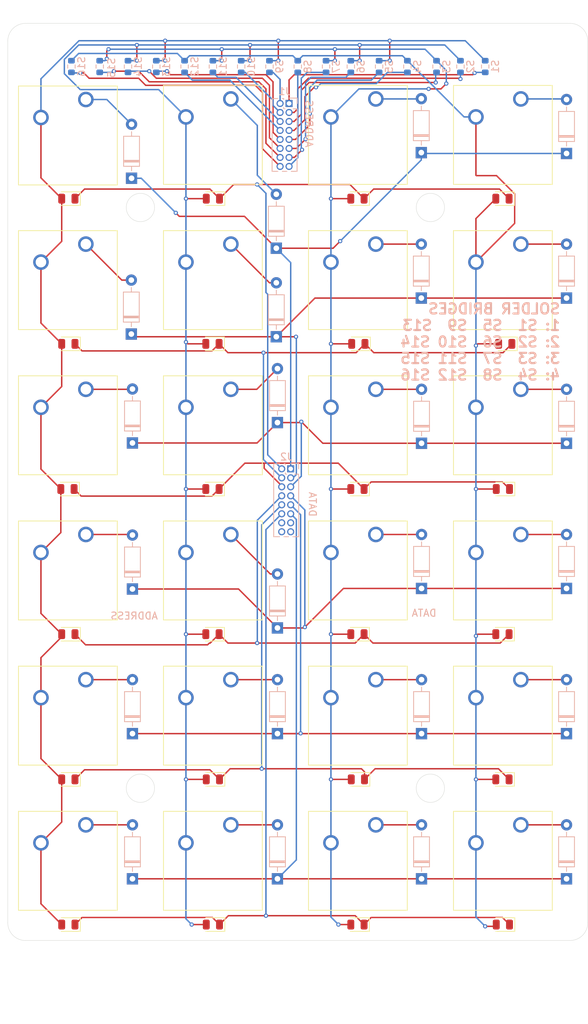
<source format=kicad_pcb>
(kicad_pcb (version 20240108) (generator "pcbnew") (generator_version "8.0")
  (layers (0 "F.Cu" signal) (31 "B.Cu" signal) (34 "B.Paste" user) (35 "F.Paste" user) (36 "B.SilkS" user "B.Silkscreen") (37 "F.SilkS" user "F.Silkscreen") (38 "B.Mask" user) (39 "F.Mask" user) (44 "Edge.Cuts" user))
  (net 0 "")
  (net 1 "O1")
  (net 2 "Net-(D1-A)")
  (net 3 "O2")
  (net 4 "Net-(D2-A)")
  (net 5 "O3")
  (net 6 "Net-(D3-A)")
  (net 7 "Net-(D4-A)")
  (net 8 "O4")
  (net 9 "O5")
  (net 10 "Net-(D5-A)")
  (net 11 "Net-(D6-A)")
  (net 12 "O6")
  (net 13 "Net-(D7-A)")
  (net 14 "Net-(D8-A)")
  (net 15 "Net-(D9-A)")
  (net 16 "Net-(D10-A)")
  (net 17 "Net-(D11-A)")
  (net 18 "Net-(D12-A)")
  (net 19 "Net-(D13-A)")
  (net 20 "Net-(D14-A)")
  (net 21 "Net-(D15-A)")
  (net 22 "Net-(D16-A)")
  (net 23 "Net-(D17-A)")
  (net 24 "Net-(D18-A)")
  (net 25 "Net-(D19-A)")
  (net 26 "Net-(D20-A)")
  (net 27 "Net-(D21-A)")
  (net 28 "Net-(D22-A)")
  (net 29 "Net-(D23-A)")
  (net 30 "Net-(D24-A)")
  (net 31 "O9")
  (net 32 "O10")
  (net 33 "O11")
  (net 34 "O12")
  (net 35 "O13")
  (net 36 "O14")
  (net 37 "I9")
  (net 38 "I15")
  (net 39 "I14")
  (net 40 "I8")
  (net 41 "I1")
  (net 42 "I3")
  (net 43 "I7")
  (net 44 "I4")
  (net 45 "I16")
  (net 46 "I10")
  (net 47 "I11")
  (net 48 "I6")
  (net 49 "I12")
  (net 50 "I13")
  (net 51 "I5")
  (net 52 "I2")
  (net 53 "C1")
  (net 54 "C2")
  (net 55 "C3")
  (net 56 "C4")
  (net 57 "O15")
  (net 58 "O7")
  (net 59 "O8")
  (net 60 "O16")
  (footprint "LED_SMD:LED_0805_2012Metric" (layer "F.Cu") (at 81.4375 139 180)
    (property "Reference" "D34" (hide yes))
    (property "Value" "LED")
  )
  (footprint "Button_Switch_Keyboard:SW_Cherry_MX_1.00u_PCB" (layer "F.Cu") (at 63.54 165.92)
    (property "Reference" "SW6" (hide yes))
    (property "Value" "SW_SPST")
  )
  (footprint "LED_SMD:LED_0805_2012Metric" (layer "F.Cu") (at 122.5 180 180)
    (property "Reference" "D48" (hide yes))
    (property "Value" "LED")
  )
  (footprint "LED_SMD:LED_0805_2012Metric" (layer "F.Cu") (at 61.0625 77.5 180)
    (property "Reference" "D25" (hide yes))
    (property "Value" "LED")
  )
  (footprint "LED_SMD:LED_0805_2012Metric" (layer "F.Cu") (at 122.5 118.5 180)
    (property "Reference" "D45" (hide yes))
    (property "Value" "LED")
  )
  (footprint "Button_Switch_Keyboard:SW_Cherry_MX_1.00u_PCB" (layer "F.Cu") (at 125.04 124.92)
    (property "Reference" "SW22" (hide yes))
    (property "Value" "SW_SPST")
  )
  (footprint "Button_Switch_Keyboard:SW_Cherry_MX_1.00u_PCB" (layer "F.Cu") (at 84.04 165.92)
    (property "Reference" "SW12" (hide yes))
    (property "Value" "SW_SPST")
  )
  (footprint "LED_SMD:LED_0805_2012Metric" (layer "F.Cu") (at 61.0625 159.5 180)
    (property "Reference" "D29" (hide yes))
    (property "Value" "LED")
  )
  (footprint "LED_SMD:LED_0805_2012Metric" (layer "F.Cu") (at 122.4375 139 180)
    (property "Reference" "D46" (hide yes))
    (property "Value" "LED")
  )
  (footprint "Button_Switch_Keyboard:SW_Cherry_MX_1.00u_PCB" (layer "F.Cu") (at 84.04 83.92)
    (property "Reference" "SW8" (hide yes))
    (property "Value" "SW_SPST")
  )
  (footprint "Button_Switch_Keyboard:SW_Cherry_MX_1.00u_PCB" (layer "F.Cu") (at 63.54 145.42)
    (property "Reference" "SW5" (hide yes))
    (property "Value" "SW_SPST")
  )
  (footprint "LED_SMD:LED_0805_2012Metric" (layer "F.Cu") (at 81.4375 98 180)
    (property "Reference" "D32" (hide yes))
    (property "Value" "LED")
  )
  (footprint "LED_SMD:LED_0805_2012Metric" (layer "F.Cu") (at 60.9375 118.5 180)
    (property "Reference" "D27" (hide yes))
    (property "Value" "LED")
  )
  (footprint "Button_Switch_Keyboard:SW_Cherry_MX_1.00u_PCB" (layer "F.Cu") (at 63.54 124.92)
    (property "Reference" "SW4" (hide yes))
    (property "Value" "SW_SPST")
  )
  (footprint "Button_Switch_Keyboard:SW_Cherry_MX_1.00u_PCB" (layer "F.Cu") (at 104.54 63.42)
    (property "Reference" "SW13" (hide yes))
    (property "Value" "SW_SPST")
  )
  (footprint "Button_Switch_Keyboard:SW_Cherry_MX_1.00u_PCB" (layer "F.Cu") (at 125.04 104.42)
    (property "Reference" "SW21" (hide yes))
    (property "Value" "SW_SPST")
  )
  (footprint "LED_SMD:LED_0805_2012Metric" (layer "F.Cu") (at 101.9375 77.5 180)
    (property "Reference" "D37" (hide yes))
    (property "Value" "LED")
  )
  (footprint "Button_Switch_Keyboard:SW_Cherry_MX_1.00u_PCB" (layer "F.Cu") (at 104.54 83.92)
    (property "Reference" "SW14" (hide yes))
    (property "Value" "SW_SPST")
  )
  (footprint "LED_SMD:LED_0805_2012Metric" (layer "F.Cu") (at 61.0625 98 180)
    (property "Reference" "D26" (hide yes))
    (property "Value" "LED")
  )
  (footprint "LED_SMD:LED_0805_2012Metric" (layer "F.Cu") (at 122.4375 159.5 180)
    (property "Reference" "D47" (hide yes))
    (property "Value" "LED")
  )
  (footprint "Button_Switch_Keyboard:SW_Cherry_MX_1.00u_PCB" (layer "F.Cu") (at 104.54 104.42)
    (property "Reference" "SW15" (hide yes))
    (property "Value" "SW_SPST")
  )
  (footprint "LED_SMD:LED_0805_2012Metric" (layer "F.Cu") (at 122.8325 98 180)
    (property "Reference" "D44" (hide yes))
    (property "Value" "LED")
  )
  (footprint "Button_Switch_Keyboard:SW_Cherry_MX_1.00u_PCB" (layer "F.Cu") (at 104.54 165.92)
    (property "Reference" "SW18" (hide yes))
    (property "Value" "SW_SPST")
  )
  (footprint "LED_SMD:LED_0805_2012Metric" (layer "F.Cu") (at 81.5 77.5 180)
    (property "Reference" "D31" (hide yes))
    (property "Value" "LED")
  )
  (footprint "LED_SMD:LED_0805_2012Metric" (layer "F.Cu") (at 122.4375 77.5 180)
    (property "Reference" "D43" (hide yes))
    (property "Value" "LED")
  )
  (footprint "Button_Switch_Keyboard:SW_Cherry_MX_1.00u_PCB" (layer "F.Cu") (at 84.04 145.42)
    (property "Reference" "SW11" (hide yes))
    (property "Value" "SW_SPST")
  )
  (footprint "Button_Switch_Keyboard:SW_Cherry_MX_1.00u_PCB" (layer "F.Cu") (at 63.54 63.5)
    (property "Reference" "SW1" (hide yes))
    (property "Value" "SW_SPST")
  )
  (footprint "Button_Switch_Keyboard:SW_Cherry_MX_1.00u_PCB" (layer "F.Cu") (at 63.54 83.92)
    (property "Reference" "SW2" (hide yes))
    (property "Value" "SW_SPST")
  )
  (footprint "LED_SMD:LED_0805_2012Metric" (layer "F.Cu") (at 102.0625 98 180)
    (property "Reference" "D38" (hide yes))
    (property "Value" "LED")
  )
  (footprint "LED_SMD:LED_0805_2012Metric" (layer "F.Cu") (at 102 159.5 180)
    (property "Reference" "D41" (hide yes))
    (property "Value" "LED")
  )
  (footprint "LED_SMD:LED_0805_2012Metric" (layer "F.Cu") (at 101.9375 118.5 180)
    (property "Reference" "D39" (hide yes))
    (property "Value" "LED")
  )
  (footprint "LED_SMD:LED_0805_2012Metric" (layer "F.Cu") (at 81.4375 118.5 180)
    (property "Reference" "D33" (hide yes))
    (property "Value" "LED")
  )
  (footprint "LED_SMD:LED_0805_2012Metric" (layer "F.Cu") (at 81.5 159.5 180)
    (property "Reference" "D35" (hide yes))
    (property "Value" "LED")
  )
  (footprint "Button_Switch_Keyboard:SW_Cherry_MX_1.00u_PCB" (layer "F.Cu") (at 125.04 83.92)
    (property "Reference" "SW20" (hide yes))
    (property "Value" "SW_SPST")
  )
  (footprint "LED_SMD:LED_0805_2012Metric" (layer "F.Cu") (at 61.0625 180 180)
    (property "Reference" "D30" (hide yes))
    (property "Value" "LED")
  )
  (footprint "LED_SMD:LED_0805_2012Metric" (layer "F.Cu") (at 101.9375 180 180)
    (property "Reference" "D42" (hide yes))
    (property "Value" "LED")
  )
  (footprint "Button_Switch_Keyboard:SW_Cherry_MX_1.00u_PCB" (layer "F.Cu") (at 125.04 165.92)
    (property "Reference" "SW24" (hide yes))
    (property "Value" "SW_SPST")
  )
  (footprint "Button_Switch_Keyboard:SW_Cherry_MX_1.00u_PCB" (layer "F.Cu") (at 104.54 145.42)
    (property "Reference" "SW17" (hide yes))
    (property "Value" "SW_SPST")
  )
  (footprint "Button_Switch_Keyboard:SW_Cherry_MX_1.00u_PCB" (layer "F.Cu") (at 125.04 63.42)
    (property "Reference" "SW19" (hide yes))
    (property "Value" "SW_SPST")
  )
  (footprint "Button_Switch_Keyboard:SW_Cherry_MX_1.00u_PCB" (layer "F.Cu") (at 63.54 104.42)
    (property "Reference" "SW3" (hide yes))
    (property "Value" "SW_SPST")
  )
  (footprint "Button_Switch_Keyboard:SW_Cherry_MX_1.00u_PCB" (layer "F.Cu") (at 84.04 63.42)
    (property "Reference" "SW7" (hide yes))
    (property "Value" "SW_SPST")
  )
  (footprint "Button_Switch_Keyboard:SW_Cherry_MX_1.00u_PCB" (layer "F.Cu") (at 125.04 145.42)
    (property "Reference" "SW23" (hide yes))
    (property "Value" "SW_SPST")
  )
  (footprint "Button_Switch_Keyboard:SW_Cherry_MX_1.00u_PCB" (layer "F.Cu") (at 84.04 124.92)
    (property "Reference" "SW10" (hide yes))
    (property "Value" "SW_SPST")
  )
  (footprint "Button_Switch_Keyboard:SW_Cherry_MX_1.00u_PCB" (layer "F.Cu") (at 84.04 104.42)
    (property "Reference" "SW9" (hide yes))
    (property "Value" "SW_SPST")
  )
  (footprint "LED_SMD:LED_0805_2012Metric" (layer "F.Cu") (at 101.9375 139 180)
    (property "Reference" "D40" (hide yes))
    (property "Value" "LED")
  )
  (footprint "LED_SMD:LED_0805_2012Metric" (layer "F.Cu") (at 81.5 180 180)
    (property "Reference" "D36" (hide yes))
    (property "Value" "LED")
  )
  (footprint "Button_Switch_Keyboard:SW_Cherry_MX_1.00u_PCB" (layer "F.Cu") (at 104.54 124.92)
    (property "Reference" "SW16" (hide yes))
    (property "Value" "SW_SPST")
  )
  (footprint "LED_SMD:LED_0805_2012Metric" (layer "F.Cu") (at 61.0625 139 180)
    (property "Reference" "D28" (hide yes))
    (property "Value" "LED")
  )
  (footprint "Diode_THT:D_DO-35_SOD27_P7.62mm_Horizontal" (layer "B.Cu") (at 111 173.54 90)
    (property "Reference" "D18" (hide yes))
    (property "Value" "D")
  )
  (footprint "Resistor_SMD:R_0603_1608Metric" (layer "B.Cu") (at 120 58.845 90)
    (property "Reference" "S1")
    (property "Value" "R")
  )
  (footprint "Diode_THT:D_DO-35_SOD27_P7.62mm_Horizontal" (layer "B.Cu") (at 110.967 71 90)
    (property "Reference" "D13" (hide yes))
    (property "Value" "D")
  )
  (footprint "Diode_THT:D_DO-35_SOD27_P7.62mm_Horizontal" (layer "B.Cu") (at 70.127 173.54 90)
    (property "Reference" "D6" (hide yes))
    (property "Value" "D")
  )
  (footprint "Diode_THT:D_DO-35_SOD27_P7.62mm_Horizontal" (layer "B.Cu") (at 70.127 132.62 90)
    (property "Reference" "D4" (hide yes))
    (property "Value" "D")
  )
  (footprint "Connector_PinHeader_1.27mm:PinHeader_2x08_P1.27mm_Vertical" (layer "B.Cu") (at 92.5 115.65 180)
    (property "Reference" "J2")
    (property "Value" "Conn_02x08_Odd_Even")
  )
  (footprint "Diode_THT:D_DO-35_SOD27_P7.62mm_Horizontal" (layer "B.Cu") (at 131.5 91.54 90)
    (property "Reference" "D20" (hide yes))
    (property "Value" "D")
  )
  (footprint "Resistor_SMD:R_0603_1608Metric" (layer "B.Cu") (at 101 58.845 90)
    (property "Reference" "S6")
    (property "Value" "R")
  )
  (footprint "Diode_THT:D_DO-35_SOD27_P7.62mm_Horizontal" (layer "B.Cu") (at 131.5 112.04 90)
    (property "Reference" "D21" (hide yes))
    (property "Value" "D")
  )
  (footprint "Resistor_SMD:R_0603_1608Metric" (layer "B.Cu") (at 105 58.845 90)
    (property "Reference" "S5")
    (property "Value" "R")
  )
  (footprint "Resistor_SMD:R_0603_1608Metric" (layer "B.Cu") (at 73.5 58.845 90)
    (property "Reference" "S13")
    (property "Value" "R")
  )
  (footprint "Diode_THT:D_DO-35_SOD27_P7.62mm_Horizontal" (layer "B.Cu") (at 111 132.54 90)
    (property "Reference" "D16" (hide yes))
    (property "Value" "D")
  )
  (footprint "Resistor_SMD:R_0603_1608Metric" (layer "B.Cu") (at 85.5 58.845 90)
    (property "Reference" "S10")
    (property "Value" "R")
  )
  (footprint "Connector_PinHeader_1.27mm:PinHeader_2x08_P1.27mm_Vertical" (layer "B.Cu") (at 92.27 64.06 180)
    (property "Reference" "J1")
    (property "Value" "Conn_02x08_Odd_Even")
  )
  (footprint "Diode_THT:D_DO-35_SOD27_P7.62mm_Horizontal" (layer "B.Cu") (at 131.5 71.12 90)
    (property "Reference" "D19" (hide yes))
    (property "Value" "D")
  )
  (footprint "Resistor_SMD:R_0603_1608Metric" (layer "B.Cu") (at 116.5 58.845 90)
    (property "Reference" "S2")
    (property "Value" "R")
  )
  (footprint "Resistor_SMD:R_0603_1608Metric" (layer "B.Cu") (at 93.5 58.845 90)
    (property "Reference" "S8")
    (property "Value" "R")
  )
  (footprint "Diode_THT:D_DO-35_SOD27_P7.62mm_Horizontal" (layer "B.Cu") (at 131.5 153.04 90)
    (property "Reference" "D23" (hide yes))
    (property "Value" "D")
  )
  (footprint "Diode_THT:D_DO-35_SOD27_P7.62mm_Horizontal" (layer "B.Cu") (at 69.967 96.62 90)
    (property "Reference" "D2" (hide yes))
    (property "Value" "D")
  )
  (footprint "Diode_THT:D_DO-35_SOD27_P7.62mm_Horizontal" (layer "B.Cu") (at 70 74.62 90)
    (property "Reference" "D1" (hide yes))
    (property "Value" "D")
  )
  (footprint "Diode_THT:D_DO-35_SOD27_P7.62mm_Horizontal" (layer "B.Cu") (at 131.5 173.54 90)
    (property "Reference" "D24" (hide yes))
    (property "Value" "D")
  )
  (footprint "Diode_THT:D_DO-35_SOD27_P7.62mm_Horizontal" (layer "B.Cu") (at 70.127 112 90)
    (property "Reference" "D3" (hide yes))
    (property "Value" "D")
  )
  (footprint "Diode_THT:D_DO-35_SOD27_P7.62mm_Horizontal" (layer "B.Cu") (at 90.627 109.12 90)
    (property "Reference" "D9" (hide yes))
    (property "Value" "D")
  )
  (footprint "Resistor_SMD:R_0603_1608Metric" (layer "B.Cu") (at 65.5 58.845 90)
    (property "Reference" "S15" (hide yes))
    (property "Value" "R")
  )
  (footprint "Resistor_SMD:R_0603_1608Metric" (layer "B.Cu") (at 109 58.845 90)
    (property "Reference" "S4")
    (property "Value" "R")
  )
  (footprint "Diode_THT:D_DO-35_SOD27_P7.62mm_Horizontal" (layer "B.Cu") (at 70.127 153.04 90)
    (property "Reference" "D5" (hide yes))
    (property "Value" "D")
  )
  (footprint "Resistor_SMD:R_0603_1608Metric" (layer "B.Cu") (at 69.5 58.845 90)
    (property "Reference" "S14")
    (property "Value" "R")
  )
  (footprint "Diode_THT:D_DO-35_SOD27_P7.62mm_Horizontal" (layer "B.Cu") (at 90.627 138.12 90)
    (property "Reference" "D10" (hide yes))
    (property "Value" "D" (hide yes))
  )
  (footprint "Resistor_SMD:R_0603_1608Metric" (layer "B.Cu") (at 77.5 58.845 90)
    (property "Reference" "S12")
    (property "Value" "R")
  )
  (footprint "Resistor_SMD:R_0603_1608Metric" (layer "B.Cu") (at 81.5 58.845 90)
    (property "Reference" "S11")
    (property "Value" "R" (hide yes))
  )
  (footprint "Resistor_SMD:R_0603_1608Metric" (layer "B.Cu") (at 97.5 58.845 90)
    (property "Reference" "S7")
    (property "Value" "R")
  )
  (footprint "Resistor_SMD:R_0603_1608Metric" (layer "B.Cu") (at 89.5 58.845 90)
    (property "Reference" "S9")
    (property "Value" "R")
  )
  (footprint "Diode_THT:D_DO-35_SOD27_P7.62mm_Horizontal" (layer "B.Cu") (at 111 112.04 90)
    (property "Reference" "D15" (hide yes))
    (property "Value" "D")
  )
  (footprint "Resistor_SMD:R_0603_1608Metric" (layer "B.Cu") (at 61.5 58.845 90)
    (property "Reference" "S16")
    (property "Value" "R")
  )
  (footprint "Resistor_SMD:R_0603_1608Metric" (layer "B.Cu") (at 113.12 58.845 90)
    (property "Reference" "S3")
    (property "Value" "R")
  )
  (footprint "Diode_THT:D_DO-35_SOD27_P7.62mm_Horizontal" (layer "B.Cu") (at 110.967 91.54 90)
    (property "Reference" "D14" (hide yes))
    (property "Value" "D")
  )
  (footprint "Diode_THT:D_DO-35_SOD27_P7.62mm_Horizontal" (layer "B.Cu") (at 90.627 173.54 90)
    (property "Reference" "D12" (hide yes))
    (property "Value" "D" (hide yes))
  )
  (footprint "Diode_THT:D_DO-35_SOD27_P7.62mm_Horizontal" (layer "B.Cu") (at 90.467 84.5 90)
    (property "Reference" "D7" (hide yes))
    (property "Value" "D")
  )
  (footprint "Diode_THT:D_DO-35_SOD27_P7.62mm_Horizontal" (layer "B.Cu") (at 90.467 97 90)
    (property "Reference" "D8" (hide yes))
    (property "Value" "D")
  )
  (footprint "Diode_THT:D_DO-35_SOD27_P7.62mm_Horizontal" (layer "B.Cu") (at 90.627 153.04 90)
    (property "Reference" "D11" (hide yes))
    (property "Value" "D" (hide yes))
  )
  (footprint "Diode_THT:D_DO-35_SOD27_P7.62mm_Horizontal" (layer "B.Cu") (at 131.5 132.54 90)
    (property "Reference" "D22" (hide yes))
    (property "Value" "D")
  )
  (footprint "Diode_THT:D_DO-35_SOD27_P7.62mm_Horizontal" (layer "B.Cu") (at 111 153.04 90)
    (property "Reference" "D17" (hide yes))
    (property "Value" "D")
  )
  (gr_circle (center 71.25 160.75) (end 71.25 162.75) (stroke (width 0.05)) (fill none) (layer "Edge.Cuts"))
  (gr_circle (center 112.25 78.75) (end 112.25 80.75) (stroke (width 0.05)) (fill none) (layer "Edge.Cuts"))
  (gr_line (start 55 182.25) (end 132 182.25) (stroke (width 0.05)) (layer "Edge.Cuts"))
  (gr_circle (center 112.25 160.75) (end 112.25 162.75) (stroke (width 0.05)) (fill none) (layer "Edge.Cuts"))
  (gr_arc (start 134.5 179.75) (mid 133.767767 181.517767) (end 132 182.25) (stroke (width 0.05)) (layer "Edge.Cuts"))
  (gr_arc (start 52.5 55.25) (mid 53.232233 53.482233) (end 55 52.75) (stroke (width 0.05)) (layer "Edge.Cuts"))
  (gr_arc (start 55 182.25) (mid 53.232233 181.517767) (end 52.5 179.75) (stroke (width 0.05)) (layer "Edge.Cuts"))
  (gr_line (start 55 52.75) (end 132 52.75) (stroke (width 0.05)) (layer "Edge.Cuts"))
  (gr_line (start 134.5 55.25) (end 134.5 179.75) (stroke (width 0.05)) (layer "Edge.Cuts"))
  (gr_circle (center 71.25 78.75) (end 71.25 80.75) (stroke (width 0.05)) (fill none) (layer "Edge.Cuts"))
  (gr_line (start 52.5 179.75) (end 52.5 55.25) (stroke (width 0.05)) (layer "Edge.Cuts"))
  (gr_arc (start 132 52.75) (mid 133.767767 53.482233) (end 134.5 55.25) (stroke (width 0.05)) (layer "Edge.Cuts"))
  (gr_text "DATA" (at 113.2 136.6 0) (layer "B.SilkS") (effects (font (size 1 1)) (justify left bottom mirror)))
  (gr_text "SOLDER BRIDGES\n1: S1  S5  S9  S13\n2: S2  S6  S10 S14\n3: S3  S7  S11 S15\n4: S4  S8  S12 S16" (at 130.75 103.25 0) (layer "B.SilkS") (effects (font (size 1.45 1.45) (thickness 0.3) (bold yes)) (justify left bottom mirror)))
  (gr_text "ADDRESS" (at 73.8 137 0) (layer "B.SilkS") (effects (font (size 1 1)) (justify left bottom mirror)))
  (gr_text "DATA" (at 95 122.5 270) (layer "B.SilkS") (effects (font (size 1 1)) (justify left bottom mirror)))
  (gr_text "ADDRESS" (at 94.5 70.35 270) (layer "B.SilkS") (effects (font (size 1 1)) (justify left bottom mirror)))
  (gr_text "S15" (at 67.75 57.5 90) (layer "B.SilkS") (effects (font (size 1 1)) (justify left bottom mirror)))
  (segment (start 76.75 80) (end 85.967 80) (width 0.2) (layer "F.Cu") (net 1))
  (segment (start 99.5 83.5) (end 98.5 84.5) (width 0.2) (layer "F.Cu") (net 1))
  (segment (start 98.5 84.5) (end 90.467 84.5) (width 0.2) (layer "F.Cu") (net 1))
  (segment (start 76.25 79.5) (end 76.75 80) (width 0.2) (layer "F.Cu") (net 1))
  (segment (start 85.967 80) (end 90.467 84.5) (width 0.2) (layer "F.Cu") (net 1))
  (via (at 76.25 79.5) (size 0.6) (drill 0.3) (layers "F.Cu" "B.Cu") (net 1))
  (via (at 99.5 83.5) (size 0.6) (drill 0.3) (layers "F.Cu" "B.Cu") (net 1))
  (segment (start 92.5 115.65) (end 92.5 86.533) (width 0.2) (layer "B.Cu") (net 1))
  (segment (start 110.967 71) (end 110.967 72.033) (width 0.2) (layer "B.Cu") (net 1))
  (segment (start 92.5 86.533) (end 90.467 84.5) (width 0.2) (layer "B.Cu") (net 1))
  (segment (start 110.967 72.033) (end 99.5 83.5) (width 0.2) (layer "B.Cu") (net 1))
  (segment (start 70 74.62) (end 71.37 74.62) (width 0.2) (layer "B.Cu") (net 1))
  (segment (start 71.37 74.62) (end 76.25 79.5) (width 0.2) (layer "B.Cu") (net 1))
  (segment (start 131.5 71.12) (end 111.087 71.12) (width 0.2) (layer "B.Cu") (net 1))
  (segment (start 66.5 63.5) (end 70 67) (width 0.2) (layer "B.Cu") (net 2))
  (segment (start 63.54 63.5) (end 66.5 63.5) (width 0.2) (layer "B.Cu") (net 2))
  (segment (start 131.5 91.54) (end 110.967 91.54) (width 0.2) (layer "F.Cu") (net 3))
  (segment (start 110.967 91.54) (end 95.927 91.54) (width 0.2) (layer "F.Cu") (net 3))
  (segment (start 95.927 91.54) (end 90.467 97) (width 0.2) (layer "F.Cu") (net 3))
  (segment (start 90.467 97) (end 70.347 97) (width 0.2) (layer "F.Cu") (net 3))
  (segment (start 93.25 97) (end 90.467 97) (width 0.2) (layer "F.Cu") (net 3))
  (via (at 93.25 97) (size 0.6) (drill 0.3) (layers "F.Cu" "B.Cu") (net 3))
  (segment (start 92.83 116.92) (end 93.3 116.45) (width 0.2) (layer "B.Cu") (net 3))
  (segment (start 93.3 97.05) (end 93.25 97) (width 0.2) (layer "B.Cu") (net 3))
  (segment (start 93.3 116.45) (end 93.3 97.05) (width 0.2) (layer "B.Cu") (net 3))
  (segment (start 68.62 89) (end 69.967 89) (width 0.2) (layer "F.Cu") (net 4))
  (segment (start 63.54 83.92) (end 68.62 89) (width 0.2) (layer "F.Cu") (net 4))
  (segment (start 111 112.04) (end 131.5 112.04) (width 0.2) (layer "F.Cu") (net 5))
  (segment (start 97.04 112.04) (end 111 112.04) (width 0.2) (layer "F.Cu") (net 5))
  (segment (start 94 109) (end 93.88 109.12) (width 0.2) (layer "F.Cu") (net 5))
  (segment (start 93.88 109.12) (end 90.627 109.12) (width 0.2) (layer "F.Cu") (net 5))
  (segment (start 70.127 112) (end 87.747 112) (width 0.2) (layer "F.Cu") (net 5))
  (segment (start 94 109) (end 97.04 112.04) (width 0.2) (layer "F.Cu") (net 5))
  (segment (start 87.747 112) (end 90.627 109.12) (width 0.2) (layer "F.Cu") (net 5))
  (via (at 94 109) (size 0.6) (drill 0.3) (layers "F.Cu" "B.Cu") (net 5))
  (segment (start 94 116.69) (end 94 109) (width 0.2) (layer "B.Cu") (net 5))
  (segment (start 92.5 118.19) (end 94 116.69) (width 0.2) (layer "B.Cu") (net 5))
  (segment (start 63.54 104.42) (end 70.087 104.42) (width 0.2) (layer "F.Cu") (net 6))
  (segment (start 63.54 124.92) (end 70.047 124.92) (width 0.2) (layer "F.Cu") (net 7))
  (segment (start 85.127 132.62) (end 90.627 138.12) (width 0.2) (layer "F.Cu") (net 8))
  (segment (start 70.127 132.62) (end 85.127 132.62) (width 0.2) (layer "F.Cu") (net 8))
  (segment (start 94.38 138.12) (end 90.627 138.12) (width 0.2) (layer "F.Cu") (net 8))
  (segment (start 94.5 138) (end 94.38 138.12) (width 0.2) (layer "F.Cu") (net 8))
  (segment (start 111 132.54) (end 131.5 132.54) (width 0.2) (layer "F.Cu") (net 8))
  (segment (start 94.5 138) (end 99.96 132.54) (width 0.2) (layer "F.Cu") (net 8))
  (segment (start 99.96 132.54) (end 111 132.54) (width 0.2) (layer "F.Cu") (net 8))
  (via (at 94.5 138) (size 0.6) (drill 0.3) (layers "F.Cu" "B.Cu") (net 8))
  (segment (start 94.5 121.46) (end 94.5 138) (width 0.2) (layer "B.Cu") (net 8))
  (segment (start 92.5 119.46) (end 94.5 121.46) (width 0.2) (layer "B.Cu") (net 8))
  (segment (start 93.86 153.04) (end 90.627 153.04) (width 0.2) (layer "F.Cu") (net 9))
  (segment (start 93.9 153) (end 93.86 153.04) (width 0.2) (layer "F.Cu") (net 9))
  (segment (start 70.127 153.04) (end 131.5 153.04) (width 0.2) (layer "F.Cu") (net 9))
  (via (at 93.9 153) (size 0.6) (drill 0.3) (layers "F.Cu" "B.Cu") (net 9))
  (segment (start 93.9 122.13) (end 93.9 153) (width 0.2) (layer "B.Cu") (net 9))
  (segment (start 92.5 120.73) (end 93.9 122.13) (width 0.2) (layer "B.Cu") (net 9))
  (segment (start 63.54 145.42) (end 70.127 145.42) (width 0.2) (layer "F.Cu") (net 10))
  (segment (start 63.54 165.92) (end 70.127 165.92) (width 0.2) (layer "F.Cu") (net 11))
  (segment (start 70.127 173.54) (end 131.5 173.54) (width 0.2) (layer "F.Cu") (net 12))
  (segment (start 92.5 122) (end 93.3 122.8) (width 0.2) (layer "B.Cu") (net 12))
  (segment (start 93.3 122.8) (end 93.3 170.867) (width 0.2) (layer "B.Cu") (net 12))
  (segment (start 93.3 170.867) (end 90.627 173.54) (width 0.2) (layer "B.Cu") (net 12))
  (segment (start 87.78 74.193) (end 90.467 76.88) (width 0.2) (layer "B.Cu") (net 13))
  (segment (start 84.04 63.42) (end 87.78 67.16) (width 0.2) (layer "B.Cu") (net 13))
  (segment (start 87.78 67.16) (end 87.78 74.193) (width 0.2) (layer "B.Cu") (net 13))
  (segment (start 84.04 83.92) (end 89.5 89.38) (width 0.2) (layer "F.Cu") (net 14))
  (segment (start 89.5 89.38) (end 90.467 89.38) (width 0.2) (layer "F.Cu") (net 14))
  (segment (start 87.707 104.42) (end 90.627 101.5) (width 0.2) (layer "F.Cu") (net 15))
  (segment (start 84.04 104.42) (end 87.707 104.42) (width 0.2) (layer "F.Cu") (net 15))
  (segment (start 84.04 124.92) (end 89.62 130.5) (width 0.2) (layer "F.Cu") (net 16))
  (segment (start 89.62 130.5) (end 90.627 130.5) (width 0.2) (layer "F.Cu") (net 16))
  (segment (start 84.04 145.42) (end 90.627 145.42) (width 0.2) (layer "F.Cu") (net 17))
  (segment (start 84.04 165.92) (end 90.627 165.92) (width 0.2) (layer "F.Cu") (net 18))
  (segment (start 104.54 63.42) (end 110.927 63.42) (width 0.2) (layer "B.Cu") (net 19))
  (segment (start 104.54 83.92) (end 110.967 83.92) (width 0.2) (layer "F.Cu") (net 20))
  (segment (start 104.54 104.42) (end 111 104.42) (width 0.2) (layer "F.Cu") (net 21))
  (segment (start 104.54 124.92) (end 111 124.92) (width 0.2) (layer "F.Cu") (net 22))
  (segment (start 104.54 145.42) (end 111 145.42) (width 0.2) (layer "F.Cu") (net 23))
  (segment (start 104.54 165.92) (end 111 165.92) (width 0.2) (layer "F.Cu") (net 24))
  (segment (start 125.04 63.42) (end 131.42 63.42) (width 0.2) (layer "B.Cu") (net 25))
  (segment (start 125.04 83.92) (end 131.5 83.92) (width 0.2) (layer "F.Cu") (net 26))
  (segment (start 125.04 104.42) (end 131.5 104.42) (width 0.2) (layer "F.Cu") (net 27))
  (segment (start 125.04 124.92) (end 131.5 124.92) (width 0.2) (layer "F.Cu") (net 28))
  (segment (start 125.04 145.42) (end 131.5 145.42) (width 0.2) (layer "F.Cu") (net 29))
  (segment (start 125.04 165.92) (end 131.5 165.92) (width 0.2) (layer "F.Cu") (net 30))
  (segment (start 100.875 75.5) (end 102.875 77.5) (width 0.2) (layer "F.Cu") (net 31))
  (segment (start 81.085048 76.147548) (end 82.4375 77.5) (width 0.2) (layer "F.Cu") (net 31))
  (segment (start 122.022548 76.147548) (end 123.375 77.5) (width 0.2) (layer "F.Cu") (net 31))
  (segment (start 102.875 77.5) (end 104.227452 76.147548) (width 0.2) (layer "F.Cu") (net 31))
  (segment (start 84.4375 75.5) (end 87.75 75.5) (width 0.2) (layer "F.Cu") (net 31))
  (segment (start 104.227452 76.147548) (end 122.022548 76.147548) (width 0.2) (layer "F.Cu") (net 31))
  (segment (start 62 77.5) (end 63.352452 76.147548) (width 0.2) (layer "F.Cu") (net 31))
  (segment (start 63.352452 76.147548) (end 81.085048 76.147548) (width 0.2) (layer "F.Cu") (net 31))
  (segment (start 82.4375 77.5) (end 84.4375 75.5) (width 0.2) (layer "F.Cu") (net 31))
  (segment (start 87.75 75.5) (end 100.875 75.5) (width 0.2) (layer "F.Cu") (net 31))
  (via (at 87.75 75.5) (size 0.6) (drill 0.3) (layers "F.Cu" "B.Cu") (net 31))
  (segment (start 89.25 91) (end 89.25 113.67) (width 0.2) (layer "B.Cu") (net 31))
  (segment (start 89.25 113.67) (end 91.23 115.65) (width 0.2) (layer "B.Cu") (net 31))
  (segment (start 87.75 75.5) (end 89 76.75) (width 0.2) (layer "B.Cu") (net 31))
  (segment (start 89 76.75) (end 89 90.75) (width 0.2) (layer "B.Cu") (net 31))
  (segment (start 89 90.75) (end 89.25 91) (width 0.2) (layer "B.Cu") (net 31))
  (segment (start 82.375 98) (end 83.625 99.25) (width 0.2) (layer "F.Cu") (net 32))
  (segment (start 103 98) (end 104.25 99.25) (width 0.2) (layer "F.Cu") (net 32))
  (segment (start 122.52 99.25) (end 123.77 98) (width 0.2) (layer "F.Cu") (net 32))
  (segment (start 104.25 99.25) (end 122.52 99.25) (width 0.2) (layer "F.Cu") (net 32))
  (segment (start 63 99) (end 81.375 99) (width 0.2) (layer "F.Cu") (net 32))
  (segment (start 81.375 99) (end 82.375 98) (width 0.2) (layer "F.Cu") (net 32))
  (segment (start 62 98) (end 63 99) (width 0.2) (layer "F.Cu") (net 32))
  (segment (start 83.625 99.25) (end 101.75 99.25) (width 0.2) (layer "F.Cu") (net 32))
  (segment (start 101.75 99.25) (end 103 98) (width 0.2) (layer "F.Cu") (net 32))
  (via (at 88.65 99.25) (size 0.6) (drill 0.3) (layers "F.Cu" "B.Cu") (net 32))
  (segment (start 88.65 114.34) (end 88.65 99.25) (width 0.2) (layer "B.Cu") (net 32))
  (segment (start 91.23 116.92) (end 88.65 114.34) (width 0.2) (layer "B.Cu") (net 32))
  (segment (start 103.875 117.5) (end 122.4375 117.5) (width 0.2) (layer "F.Cu") (net 33))
  (segment (start 82.375 118.5) (end 86.025 114.85) (width 0.2) (layer "F.Cu") (net 33))
  (segment (start 88.75 115.571371) (end 88.75 114.85) (width 0.2) (layer "F.Cu") (net 33))
  (segment (start 122.4375 117.5) (end 123.4375 118.5) (width 0.2) (layer "F.Cu") (net 33))
  (segment (start 91.23 118.051371) (end 88.75 115.571371) (width 0.2) (layer "F.Cu") (net 33))
  (segment (start 86.025 114.85) (end 88.75 114.85) (width 0.2) (layer "F.Cu") (net 33))
  (segment (start 81.375 119.5) (end 82.375 118.5) (width 0.2) (layer "F.Cu") (net 33))
  (segment (start 102.875 118.5) (end 103.875 117.5) (width 0.2) (layer "F.Cu") (net 33))
  (segment (start 88.75 114.85) (end 99.225 114.85) (width 0.2) (layer "F.Cu") (net 33))
  (segment (start 62.875 119.5) (end 81.375 119.5) (width 0.2) (layer "F.Cu") (net 33))
  (segment (start 61.875 118.5) (end 62.875 119.5) (width 0.2) (layer "F.Cu") (net 33))
  (segment (start 99.225 114.85) (end 102.875 118.5) (width 0.2) (layer "F.Cu") (net 33))
  (segment (start 83.625 140.25) (end 87.75 140.25) (width 0.2) (layer "F.Cu") (net 34))
  (segment (start 81.125 140.25) (end 82.375 139) (width 0.2) (layer "F.Cu") (net 34))
  (segment (start 87.75 140.25) (end 101.625 140.25) (width 0.2) (layer "F.Cu") (net 34))
  (segment (start 102.875 139) (end 104.125 140.25) (width 0.2) (layer "F.Cu") (net 34))
  (segment (start 81 140.25) (end 81.125 140.25) (width 0.2) (layer "F.Cu") (net 34))
  (segment (start 82.375 139) (end 83.625 140.25) (width 0.2) (layer "F.Cu") (net 34))
  (segment (start 62 139) (end 63.5 140.5) (width 0.2) (layer "F.Cu") (net 34))
  (segment (start 63.5 140.5) (end 80.75 140.5) (width 0.2) (layer "F.Cu") (net 34))
  (segment (start 122.125 140.25) (end 123.375 139) (width 0.2) (layer "F.Cu") (net 34))
  (segment (start 101.625 140.25) (end 102.875 139) (width 0.2) (layer "F.Cu") (net 34))
  (segment (start 104.125 140.25) (end 122.125 140.25) (width 0.2) (layer "F.Cu") (net 34))
  (segment (start 80.75 140.5) (end 81 140.25) (width 0.2) (layer "F.Cu") (net 34))
  (via (at 87.75 140.25) (size 0.6) (drill 0.3) (layers "F.Cu" "B.Cu") (net 34))
  (segment (start 87.78 140.22) (end 87.75 140.25) (width 0.2) (layer "B.Cu") (net 34))
  (segment (start 87.78 122.91) (end 87.78 140.22) (width 0.2) (layer "B.Cu") (net 34))
  (segment (start 91.23 119.46) (end 87.78 122.91) (width 0.2) (layer "B.Cu") (net 34))
  (segment (start 62 159.5) (end 63.352452 158.147548) (width 0.2) (layer "F.Cu") (net 35))
  (segment (start 102.9375 158.4375) (end 102.9375 159.5) (width 0.2) (layer "F.Cu") (net 35))
  (segment (start 83.9375 158) (end 102.5 158) (width 0.2) (layer "F.Cu") (net 35))
  (segment (start 81.085048 158.147548) (end 82.4375 159.5) (width 0.2) (layer "F.Cu") (net 35))
  (segment (start 104.4375 158) (end 121.875 158) (width 0.2) (layer "F.Cu") (net 35))
  (segment (start 63.352452 158.147548) (end 81.085048 158.147548) (width 0.2) (layer "F.Cu") (net 35))
  (segment (start 121.875 158) (end 123.375 159.5) (width 0.2) (layer "F.Cu") (net 35))
  (segment (start 82.4375 159.5) (end 83.9375 158) (width 0.2) (layer "F.Cu") (net 35))
  (segment (start 102.5 158) (end 102.9375 158.4375) (width 0.2) (layer "F.Cu") (net 35))
  (segment (start 102.9375 159.5) (end 104.4375 158) (width 0.2) (layer "F.Cu") (net 35))
  (via (at 88.4 158) (size 0.6) (drill 0.3) (layers "F.Cu" "B.Cu") (net 35))
  (segment (start 91.23 120.73) (end 88.4 123.56) (width 0.2) (layer "B.Cu") (net 35))
  (segment (start 88.4 123.56) (end 88.4 158) (width 0.2) (layer "B.Cu") (net 35))
  (segment (start 81.4375 179) (end 82.4375 180) (width 0.2) (layer "F.Cu") (net 36))
  (segment (start 89 178.75) (end 101.625 178.75) (width 0.2) (layer "F.Cu") (net 36))
  (segment (start 82.4375 180) (end 83.6875 178.75) (width 0.2) (layer "F.Cu") (net 36))
  (segment (start 62 180) (end 63 179) (width 0.2) (layer "F.Cu") (net 36))
  (segment (start 102.875 180) (end 103.875 179) (width 0.2) (layer "F.Cu") (net 36))
  (segment (start 122.4375 179) (end 123.4375 180) (width 0.2) (layer "F.Cu") (net 36))
  (segment (start 63 179) (end 81.4375 179) (width 0.2) (layer "F.Cu") (net 36))
  (segment (start 101.625 178.75) (end 102.875 180) (width 0.2) (layer "F.Cu") (net 36))
  (segment (start 83.6875 178.75) (end 89 178.75) (width 0.2) (layer "F.Cu") (net 36))
  (segment (start 103.875 179) (end 122.4375 179) (width 0.2) (layer "F.Cu") (net 36))
  (via (at 89 178.75) (size 0.6) (drill 0.3) (layers "F.Cu" "B.Cu") (net 36))
  (segment (start 91.23 122) (end 89 124.23) (width 0.2) (layer "B.Cu") (net 36))
  (segment (start 89 124.23) (end 89 178.75) (width 0.2) (layer "B.Cu") (net 36))
  (segment (start 90.005 59.67) (end 89.5 59.67) (width 0.2) (layer "B.Cu") (net 37))
  (segment (start 91 60.665) (end 90.005 59.67) (width 0.2) (layer "B.Cu") (net 37))
  (segment (start 91 64.06) (end 91 60.665) (width 0.2) (layer "B.Cu") (net 37))
  (segment (start 71 59.5) (end 67.5 59.5) (width 0.2) (layer "F.Cu") (net 38))
  (segment (start 72.5 61) (end 71 59.5) (width 0.2) (layer "F.Cu") (net 38))
  (segment (start 89 69.68) (end 89 62) (width 0.2) (layer "F.Cu") (net 38))
  (segment (start 91 71.68) (end 89 69.68) (width 0.2) (layer "F.Cu") (net 38))
  (segment (start 89 62) (end 88 61) (width 0.2) (layer "F.Cu") (net 38))
  (segment (start 88 61) (end 72.5 61) (width 0.2) (layer "F.Cu") (net 38))
  (via (at 67.5 59.5) (size 0.6) (drill 0.3) (layers "F.Cu" "B.Cu") (net 38))
  (segment (start 67.33 59.67) (end 65.5 59.67) (width 0.2) (layer "B.Cu") (net 38))
  (segment (start 67.5 59.5) (end 67.33 59.67) (width 0.2) (layer "B.Cu") (net 38))
  (segment (start 73.5 60.5) (end 72.5 59.5) (width 0.2) (layer "F.Cu") (net 39))
  (segment (start 89.5 68.91) (end 89.5 63.1) (width 0.2) (layer "F.Cu") (net 39))
  (segment (start 91 70.41) (end 89.5 68.91) (width 0.2) (layer "F.Cu") (net 39))
  (segment (start 88.5 60.5) (end 73.5 60.5) (width 0.2) (layer "F.Cu") (net 39))
  (segment (start 88.5 60.5) (end 89.5 61.5) (width 0.2) (layer "F.Cu") (net 39))
  (segment (start 89.5 61.5) (end 89.5 63.1) (width 0.2) (layer "F.Cu") (net 39))
  (via (at 72.5 59.5) (size 0.6) (drill 0.3) (layers "F.Cu" "B.Cu") (net 39))
  (segment (start 72.5 59.5) (end 69.67 59.5) (width 0.2) (layer "B.Cu") (net 39))
  (segment (start 69.67 59.5) (end 69.636115 59.533885) (width 0.2) (layer "B.Cu") (net 39))
  (segment (start 92.27 72.95) (end 93.5 71.72) (width 0.2) (layer "B.Cu") (net 40))
  (segment (start 93.5 71.72) (end 93.5 59.67) (width 0.2) (layer "B.Cu") (net 40))
  (segment (start 92.27 64.06) (end 92.27 60.73) (width 0.2) (layer "F.Cu") (net 41))
  (segment (start 92.27 60.73) (end 93 60) (width 0.2) (layer "F.Cu") (net 41))
  (segment (start 93 60) (end 118.25 60) (width 0.2) (layer "F.Cu") (net 41))
  (segment (start 118.25 60) (end 118.5 59.75) (width 0.2) (layer "F.Cu") (net 41))
  (via (at 118.5 59.75) (size 0.6) (drill 0.3) (layers "F.Cu" "B.Cu") (net 41))
  (segment (start 120 59.67) (end 118.58 59.67) (width 0.2) (layer "B.Cu") (net 41))
  (segment (start 118.58 59.67) (end 118.5 59.75) (width 0.2) (layer "B.Cu") (net 41))
  (segment (start 113 61.1) (end 95.1 61.1) (width 0.2) (layer "F.Cu") (net 42))
  (segment (start 94 65.577106) (end 92.977106 66.6) (width 0.2) (layer "F.Cu") (net 42))
  (segment (start 94 62.2) (end 94 65.577106) (width 0.2) (layer "F.Cu") (net 42))
  (segment (start 92.977106 66.6) (end 92.27 66.6) (width 0.2) (layer "F.Cu") (net 42))
  (segment (start 95.1 61.1) (end 94 62.2) (width 0.2) (layer "F.Cu") (net 42))
  (via (at 113 61.1) (size 0.6) (drill 0.3) (layers "F.Cu" "B.Cu") (net 42))
  (segment (start 113 59.79) (end 113.12 59.67) (width 0.2) (layer "B.Cu") (net 42))
  (segment (start 113 61.1) (end 113 59.79) (width 0.2) (layer "B.Cu") (net 42))
  (segment (start 92.977106 71.68) (end 93.02 71.68) (width 0.2) (layer "F.Cu") (net 43))
  (segment (start 92.27 71.68) (end 92.977106 71.68) (width 0.2) (layer "F.Cu") (net 43))
  (segment (start 93.02 71.68) (end 94.1 70.6) (width 0.2) (layer "F.Cu") (net 43))
  (via (at 94.1 70.6) (size 0.6) (drill 0.3) (layers "F.Cu" "B.Cu") (net 43))
  (segment (start 94.83 59.67) (end 97.5 59.67) (width 0.2) (layer "B.Cu") (net 43))
  (segment (start 94 60.5) (end 94.83 59.67) (width 0.2) (layer "B.Cu") (net 43))
  (segment (start 94.1 70.6) (end 94 70.5) (width 0.2) (layer "B.Cu") (net 43))
  (segment (start 94 70.5) (end 94 60.5) (width 0.2) (layer "B.Cu") (net 43))
  (segment (start 95.825735 61.774265) (end 94.5 63.1) (width 0.2) (layer "F.Cu") (net 44))
  (segment (start 92.977106 67.87) (end 92.27 67.87) (width 0.2) (layer "F.Cu") (net 44))
  (segment (start 96.074265 61.774265) (end 95.825735 61.774265) (width 0.2) (layer "F.Cu") (net 44))
  (segment (start 94.5 66.347106) (end 92.977106 67.87) (width 0.2) (layer "F.Cu") (net 44))
  (segment (start 94.5 63.1) (end 94.5 66.347106) (width 0.2) (layer "F.Cu") (net 44))
  (via (at 96.074265 61.774265) (size 0.6) (drill 0.3) (layers "F.Cu" "B.Cu") (net 44))
  (segment (start 96.074265 61.774265) (end 96.225735 61.774265) (width 0.2) (layer "B.Cu") (net 44))
  (segment (start 96.225735 61.774265) (end 96.75 61.25) (width 0.2) (layer "B.Cu") (net 44))
  (segment (start 96.75 61.25) (end 104.607648 61.25) (width 0.2) (layer "B.Cu") (net 44))
  (segment (start 106.187648 59.67) (end 109 59.67) (width 0.2) (layer "B.Cu") (net 44))
  (segment (start 104.607648 61.25) (end 106.187648 59.67) (width 0.2) (layer "B.Cu") (net 44))
  (segment (start 91 72.95) (end 88.5 70.45) (width 0.2) (layer "F.Cu") (net 45))
  (segment (start 88.5 62.5) (end 87.5 61.5) (width 0.2) (layer "F.Cu") (net 45))
  (segment (start 87.5 61.5) (end 72 61.5) (width 0.2) (layer "F.Cu") (net 45))
  (segment (start 72 61.5) (end 71 60.5) (width 0.2) (layer "F.Cu") (net 45))
  (segment (start 63.25 59.75) (end 62.75 59.75) (width 0.2) (layer "F.Cu") (net 45))
  (segment (start 88.5 70.45) (end 88.5 62.5) (width 0.2) (layer "F.Cu") (net 45))
  (segment (start 64 60.5) (end 63.25 59.75) (width 0.2) (layer "F.Cu") (net 45))
  (segment (start 71 60.5) (end 64 60.5) (width 0.2) (layer "F.Cu") (net 45))
  (via (at 62.75 59.75) (size 0.6) (drill 0.3) (layers "F.Cu" "B.Cu") (net 45))
  (segment (start 61.58 59.75) (end 61.5 59.67) (width 0.2) (layer "B.Cu") (net 45))
  (segment (start 62.75 59.75) (end 61.58 59.75) (width 0.2) (layer "B.Cu") (net 45))
  (segment (start 86.07 59.67) (end 85.5 59.67) (width 0.2) (layer "B.Cu") (net 46))
  (segment (start 90 63.6) (end 86.07 59.67) (width 0.2) (layer "B.Cu") (net 46))
  (segment (start 91 65.33) (end 90 64.33) (width 0.2) (layer "B.Cu") (net 46))
  (segment (start 90 64.33) (end 90 63.6) (width 0.2) (layer "B.Cu") (net 46))
  (segment (start 82.2 60.37) (end 84.77 60.37) (width 0.2) (layer "B.Cu") (net 47))
  (segment (start 84.77 60.37) (end 91 66.6) (width 0.2) (layer "B.Cu") (net 47))
  (segment (start 81.5 59.67) (end 82.2 60.37) (width 0.2) (layer "B.Cu") (net 47))
  (segment (start 92.27 70.41) (end 93.29 70.41) (width 0.2) (layer "F.Cu") (net 48))
  (segment (start 93.29 70.41) (end 94.6 69.1) (width 0.2) (layer "F.Cu") (net 48))
  (via (at 94.6 69.1) (size 0.6) (drill 0.3) (layers "F.Cu" "B.Cu") (net 48))
  (segment (start 100.3 60.37) (end 95.38 60.37) (width 0.2) (layer "B.Cu") (net 48))
  (segment (start 95.38 60.37) (end 94.6 61.15) (width 0.2) (layer "B.Cu") (net 48))
  (segment (start 101 59.67) (end 100.3 60.37) (width 0.2) (layer "B.Cu") (net 48))
  (segment (start 94.6 61.15) (end 94.6 69.1) (width 0.2) (layer "B.Cu") (net 48))
  (segment (start 83.9 60.77) (end 78.6 60.77) (width 0.2) (layer "B.Cu") (net 49))
  (segment (start 91 67.87) (end 83.9 60.77) (width 0.2) (layer "B.Cu") (net 49))
  (segment (start 78.6 60.77) (end 77.5 59.67) (width 0.2) (layer "B.Cu") (net 49))
  (segment (start 75 59.5) (end 75.5 60) (width 0.2) (layer "F.Cu") (net 50))
  (segment (start 90 68.14) (end 91 69.14) (width 0.2) (layer "F.Cu") (net 50))
  (segment (start 89 60) (end 90 61) (width 0.2) (layer "F.Cu") (net 50))
  (segment (start 90 61) (end 90 68.14) (width 0.2) (layer "F.Cu") (net 50))
  (segment (start 75.5 60) (end 89 60) (width 0.2) (layer "F.Cu") (net 50))
  (via (at 75 59.5) (size 0.6) (drill 0.3) (layers "F.Cu" "B.Cu") (net 50))
  (segment (start 75 59.5) (end 73.835 59.5) (width 0.2) (layer "B.Cu") (net 50))
  (segment (start 92.27 69.14) (end 93.16 69.14) (width 0.2) (layer "F.Cu") (net 51))
  (segment (start 93.16 69.14) (end 95.2 67.1) (width 0.2) (layer "F.Cu") (net 51))
  (segment (start 95.2 67.1) (end 95.2 65.5) (width 0.2) (layer "F.Cu") (net 51))
  (via (at 95.2 65.5) (size 0.6) (drill 0.3) (layers "F.Cu" "B.Cu") (net 51))
  (segment (start 95.2 61.8) (end 96.23 60.77) (width 0.2) (layer "B.Cu") (net 51))
  (segment (start 95.2 65.5) (end 95.2 61.8) (width 0.2) (layer "B.Cu") (net 51))
  (segment (start 96.23 60.77) (end 103.9 60.77) (width 0.2) (layer "B.Cu") (net 51))
  (segment (start 103.9 60.77) (end 105 59.67) (width 0.2) (layer "B.Cu") (net 51))
  (segment (start 95 60.5) (end 116.4 60.5) (width 0.2) (layer "F.Cu") (net 52))
  (segment (start 116.4 60.5) (end 116.5 60.6) (width 0.2) (layer "F.Cu") (net 52))
  (segment (start 93.5 62) (end 95 60.5) (width 0.2) (layer "F.Cu") (net 52))
  (segment (start 93.5 64.807106) (end 93.5 62) (width 0.2) (layer "F.Cu") (net 52))
  (segment (start 92.27 65.33) (end 92.977106 65.33) (width 0.2) (layer "F.Cu") (net 52))
  (segment (start 92.977106 65.33) (end 93.5 64.807106) (width 0.2) (layer "F.Cu") (net 52))
  (via (at 116.5 60.6) (size 0.6) (drill 0.3) (layers "F.Cu" "B.Cu") (net 52))
  (segment (start 116.5 60.6) (end 116.5 59.67) (width 0.2) (layer "B.Cu") (net 52))
  (segment (start 57.19 115.69) (end 60 118.5) (width 0.2) (layer "F.Cu") (net 53))
  (segment (start 74.75 58) (end 74.75 55.2) (width 0.2) (layer "F.Cu") (net 53))
  (segment (start 57.19 142.31) (end 57.19 147.96) (width 0.2) (layer "F.Cu") (net 53))
  (segment (start 57.19 86.46) (end 57.19 95.065) (width 0.2) (layer "F.Cu") (net 53))
  (segment (start 57.19 177.065) (end 60.125 180) (width 0.2) (layer "F.Cu") (net 53))
  (segment (start 60 124.65) (end 57.19 127.46) (width 0.2) (layer "F.Cu") (net 53))
  (segment (start 90.75 58) (end 90.75 55.2) (width 0.2) (layer "F.Cu") (net 53))
  (segment (start 60.125 83.525) (end 57.19 86.46) (width 0.2) (layer "F.Cu") (net 53))
  (segment (start 60 118.5) (end 60 124.65) (width 0.2) (layer "F.Cu") (net 53))
  (segment (start 60.125 104.025) (end 57.19 106.96) (width 0.2) (layer "F.Cu") (net 53))
  (segment (start 57.19 168.46) (end 57.19 177.065) (width 0.2) (layer "F.Cu") (net 53))
  (segment (start 60.125 98) (end 60.125 104.025) (width 0.2) (layer "F.Cu") (net 53))
  (segment (start 57.19 95.065) (end 60.125 98) (width 0.2) (layer "F.Cu") (net 53))
  (segment (start 57.19 74.565) (end 60.125 77.5) (width 0.2) (layer "F.Cu") (net 53))
  (segment (start 57.19 106.96) (end 57.19 115.69) (width 0.2) (layer "F.Cu") (net 53))
  (segment (start 57.19 127.46) (end 57.19 136.065) (width 0.2) (layer "F.Cu") (net 53))
  (segment (start 57.19 66.04) (end 57.19 74.565) (width 0.2) (layer "F.Cu") (net 53))
  (segment (start 57.19 147.96) (end 57.19 156.565) (width 0.2) (layer "F.Cu") (net 53))
  (segment (start 106.5 58) (end 106.5 55.2) (width 0.2) (layer "F.Cu") (net 53))
  (segment (start 57.19 136.065) (end 60.125 139) (width 0.2) (layer "F.Cu") (net 53))
  (segment (start 60.125 159.5) (end 60.125 165.525) (width 0.2) (layer "F.Cu") (net 53))
  (segment (start 60.125 139.375) (end 57.19 142.31) (width 0.2) (layer "F.Cu") (net 53))
  (segment (start 60.125 165.525) (end 57.19 168.46) (width 0.2) (layer "F.Cu") (net 53))
  (segment (start 60.125 77.5) (end 60.125 83.525) (width 0.2) (layer "F.Cu") (net 53))
  (segment (start 57.19 156.565) (end 60.125 159.5) (width 0.2) (layer "F.Cu") (net 53))
  (via (at 106.5 55.2) (size 0.6) (drill 0.3) (layers "F.Cu" "B.Cu") (net 53))
  (via (at 90.75 55.2) (size 0.6) (drill 0.3) (layers "F.Cu" "B.Cu") (net 53))
  (via (at 74.75 58) (size 0.6) (drill 0.3) (layers "F.Cu" "B.Cu") (net 53))
  (via (at 74.75 55.2) (size 0.6) (drill 0.3) (layers "F.Cu" "B.Cu") (net 53))
  (via (at 90.75 58) (size 0.6) (drill 0.3) (layers "F.Cu" "B.Cu") (net 53))
  (via (at 106.5 58) (size 0.6) (drill 0.3) (layers "F.Cu" "B.Cu") (net 53))
  (segment (start 106.48 58.02) (end 106.5 58) (width 0.2) (layer "B.Cu") (net 53))
  (segment (start 74.75 55.2) (end 106.5 55.2) (width 0.2) (layer "B.Cu") (net 53))
  (segment (start 89.5 58.02) (end 90.73 58.02) (width 0.2) (layer "B.Cu") (net 53))
  (segment (start 57.19 66.04) (end 57.19 60.576666) (width 0.2) (layer "B.Cu") (net 53))
  (segment (start 62.566666 55.2) (end 74.75 55.2) (width 0.2) (layer "B.Cu") (net 53))
  (segment (start 117.18 55.2) (end 120 58.02) (width 0.2) (layer "B.Cu") (net 53))
  (segment (start 106.5 55.2) (end 117.18 55.2) (width 0.2) (layer "B.Cu") (net 53))
  (segment (start 90.73 58.02) (end 90.75 58) (width 0.2) (layer "B.Cu") (net 53))
  (segment (start 105 58.02) (end 106.48 58.02) (width 0.2) (layer "B.Cu") (net 53))
  (segment (start 57.19 60.576666) (end 62.566666 55.2) (width 0.2) (layer "B.Cu") (net 53))
  (segment (start 73.5 58.02) (end 74.73 58.02) (width 0.2) (layer "B.Cu") (net 53))
  (segment (start 74.73 58.02) (end 74.75 58) (width 0.2) (layer "B.Cu") (net 53))
  (segment (start 102.25 58) (end 102.25 55.8) (width 0.2) (layer "F.Cu") (net 54))
  (segment (start 80.5625 77.5) (end 77.69 77.5) (width 0.2) (layer "F.Cu") (net 54))
  (segment (start 77.69 97.75) (end 77.94 98) (width 0.2) (layer "F.Cu") (net 54))
  (segment (start 80.5 118.5) (end 77.69 118.5) (width 0.2) (layer "F.Cu") (net 54))
  (segment (start 86.75 58) (end 86.75 55.8) (width 0.2) (layer "F.Cu") (net 54))
  (segment (start 78.5 180) (end 80.5625 180) (width 0.2) (layer "F.Cu") (net 54))
  (segment (start 70.75 58) (end 70.75 55.8) (width 0.2) (layer "F.Cu") (net 54))
  (segment (start 77.94 98) (end 80.5 98) (width 0.2) (layer "F.Cu") (net 54))
  (segment (start 80.5 139) (end 77.69 139) (width 0.2) (layer "F.Cu") (net 54))
  (segment (start 80.5625 159.5) (end 77.69 159.5) (width 0.2) (layer "F.Cu") (net 54))
  (via (at 86.75 55.8) (size 0.6) (drill 0.3) (layers "F.Cu" "B.Cu") (net 54))
  (via (at 86.75 58) (size 0.6) (drill 0.3) (layers "F.Cu" "B.Cu") (net 54))
  (via (at 70.75 55.8) (size 0.6) (drill 0.3) (layers "F.Cu" "B.Cu") (net 54))
  (via (at 77.69 118.5) (size 0.6) (drill 0.3) (layers "F.Cu" "B.Cu") (net 54))
  (via (at 102.25 55.8) (size 0.6) (drill 0.3) (layers "F.Cu" "B.Cu") (net 54))
  (via (at 70.75 58) (size 0.6) (drill 0.3) (layers "F.Cu" "B.Cu") (net 54))
  (via (at 77.69 97.75) (size 0.6) (drill 0.3) (layers "F.Cu" "B.Cu") (net 54))
  (via (at 78.5 180) (size 0.6) (drill 0.3) (layers "F.Cu" "B.Cu") (net 54))
  (via (at 102.25 58) (size 0.6) (drill 0.3) (layers "F.Cu" "B.Cu") (net 54))
  (via (at 77.69 139) (size 0.6) (drill 0.3) (layers "F.Cu" "B.Cu") (net 54))
  (via (at 77.69 77.5) (size 0.6) (drill 0.3) (layers "F.Cu" "B.Cu") (net 54))
  (via (at 77.69 159.5) (size 0.6) (drill 0.3) (layers "F.Cu" "B.Cu") (net 54))
  (segment (start 77.69 65.96) (end 73.83 62.1) (width 0.2) (layer "B.Cu") (net 54))
  (segment (start 114.28 55.8) (end 116.5 58.02) (width 0.2) (layer "B.Cu") (net 54))
  (segment (start 102.23 58.02) (end 102.25 58) (width 0.2) (layer "B.Cu") (net 54))
  (segment (start 60.5 57.832352) (end 62.532352 55.8) (width 0.2) (layer "B.Cu") (net 54))
  (segment (start 77.69 65.96) (end 77.69 77.5) (width 0.2) (layer "B.Cu") (net 54))
  (segment (start 62.532352 55.8) (end 70.75 55.8) (width 0.2) (layer "B.Cu") (net 54))
  (segment (start 102.25 55.8) (end 114.28 55.8) (width 0.2) (layer "B.Cu") (net 54))
  (segment (start 69.5 58.02) (end 70.73 58.02) (width 0.2) (layer "B.Cu") (net 54))
  (segment (start 62.742352 62.1) (end 60.5 59.857648) (width 0.2) (layer "B.Cu") (net 54))
  (segment (start 77.69 159.5) (end 77.69 168.46) (width 0.2) (layer "B.Cu") (net 54))
  (segment (start 70.75 55.8) (end 86.75 55.8) (width 0.2) (layer "B.Cu") (net 54))
  (segment (start 86.75 55.8) (end 102.25 55.8) (width 0.2) (layer "B.Cu") (net 54))
  (segment (start 77.69 168.46) (end 77.69 179.19) (width 0.2) (layer "B.Cu") (net 54))
  (segment (start 101 58.02) (end 102.23 58.02) (width 0.2) (layer "B.Cu") (net 54))
  (segment (start 60.5 59.857648) (end 60.5 57.832352) (width 0.2) (layer "B.Cu") (net 54))
  (segment (start 85.5 58.02) (end 86.73 58.02) (width 0.2) (layer "B.Cu") (net 54))
  (segment (start 77.69 179.19) (end 78.5 180) (width 0.2) (layer "B.Cu") (net 54))
  (segment (start 77.69 86.46) (end 77.69 118.5) (width 0.2) (layer "B.Cu") (net 54))
  (segment (start 86.73 58.02) (end 86.75 58) (width 0.2) (layer "B.Cu") (net 54))
  (segment (start 70.73 58.02) (end 70.75 58) (width 0.2) (layer "B.Cu") (net 54))
  (segment (start 77.69 118.5) (end 77.69 139) (width 0.2) (layer "B.Cu") (net 54))
  (segment (start 73.83 62.1) (end 62.742352 62.1) (width 0.2) (layer "B.Cu") (net 54))
  (segment (start 77.69 139) (end 77.69 159.5) (width 0.2) (layer "B.Cu") (net 54))
  (segment (start 77.69 77.5) (end 77.69 86.46) (width 0.2) (layer "B.Cu") (net 54))
  (segment (start 101 118.5) (end 98.19 118.5) (width 0.2) (layer "F.Cu") (net 55))
  (segment (start 101 77.5) (end 98.19 77.5) (width 0.2) (layer "F.Cu") (net 55))
  (segment (start 113.75 62) (end 114.5 61.25) (width 0.2) (layer "F.Cu") (net 55))
  (segment (start 99.25 180) (end 101 180) (width 0.2) (layer "F.Cu") (net 55))
  (segment (start 98.75 58) (end 98.75 56.4) (width 0.2) (layer "F.Cu") (net 55))
  (segment (start 82.75 58) (end 82.75 56.4) (width 0.2) (layer "F.Cu") (net 55))
  (segment (start 101.125 98) (end 98.19 98) (width 0.2) (layer "F.Cu") (net 55))
  (segment (start 101.0625 159.5) (end 98.19 159.5) (width 0.2) (layer "F.Cu") (net 55))
  (segment (start 66.5 56.65) (end 66.75 56.4) (width 0.2) (layer "F.Cu") (net 55))
  (segment (start 112 62) (end 113.75 62) (width 0.2) (layer "F.Cu") (net 55))
  (segment (start 66.5 57.75) (end 66.5 56.65) (width 0.2) (layer "F.Cu") (net 55))
  (segment (start 101 139) (end 98.19 139) (width 0.2) (layer "F.Cu") (net 55))
  (via (at 66.75 56.4) (size 0.6) (drill 0.3) (layers "F.Cu" "B.Cu") (net 55))
  (via (at 98.19 139) (size 0.6) (drill 0.3) (layers "F.Cu" "B.Cu") (net 55))
  (via (at 98.19 118.5) (size 0.6) (drill 0.3) (layers "F.Cu" "B.Cu") (net 55))
  (via (at 98.19 98) (size 0.6) (drill 0.3) (layers "F.Cu" "B.Cu") (net 55))
  (via (at 112 62) (size 0.6) (drill 0.3) (layers "F.Cu" "B.Cu") (net 55))
  (via (at 66.5 57.75) (size 0.6) (drill 0.3) (layers "F.Cu" "B.Cu") (net 55))
  (via (at 98.75 58) (size 0.6) (drill 0.3) (layers "F.Cu" "B.Cu") (net 55))
  (via (at 114.5 61.25) (size 0.6) (drill 0.3) (layers "F.Cu" "B.Cu") (net 55))
  (via (at 99.25 180) (size 0.6) (drill 0.3) (layers "F.Cu" "B.Cu") (net 55))
  (via (at 82.75 56.4) (size 0.6) (drill 0.3) (layers "F.Cu" "B.Cu") (net 55))
  (via (at 82.75 58) (size 0.6) (drill 0.3) (layers "F.Cu" "B.Cu") (net 55))
  (via (at 98.75 56.4) (size 0.6) (drill 0.3) (layers "F.Cu" "B.Cu") (net 55))
  (via (at 98.19 77.5) (size 0.6) (drill 0.3) (layers "F.Cu" "B.Cu") (net 55))
  (via (at 98.19 159.5) (size 0.6) (drill 0.3) (layers "F.Cu" "B.Cu") (net 55))
  (segment (start 66.23 58.02) (end 66.5 57.75) (width 0.2) (layer "B.Cu") (net 55))
  (segment (start 66.75 56.4) (end 82.75 56.4) (width 0.2) (layer "B.Cu") (net 55))
  (segment (start 65.5 58.02) (end 66.23 58.02) (width 0.2) (layer "B.Cu") (net 55))
  (segment (start 102.15 62) (end 112 62) (width 0.2) (layer "B.Cu") (net 55))
  (segment (start 98.19 77.5) (end 98.19 98) (width 0.2) (layer "B.Cu") (net 55))
  (segment (start 98.19 65.96) (end 98.19 77.5) (width 0.2) (layer "B.Cu") (net 55))
  (segment (start 98.19 159.5) (end 98.19 168.46) (width 0.2) (layer "B.Cu") (net 55))
  (segment (start 81.5 58.02) (end 82.73 58.02) (width 0.2) (layer "B.Cu") (net 55))
  (segment (start 111.5 56.4) (end 113.12 58.02) (width 0.2) (layer "B.Cu") (net 55))
  (segment (start 98.19 98) (end 98.19 118.5) (width 0.2) (layer "B.Cu") (net 55))
  (segment (start 98.19 65.96) (end 102.15 62) (width 0.2) (layer "B.Cu") (net 55))
  (segment (start 97.5 58.02) (end 98.73 58.02) (width 0.2) (layer "B.Cu") (net 55))
  (segment (start 82.75 56.4) (end 98.75 56.4) (width 0.2) (layer "B.Cu") (net 55))
  (segment (start 98.19 168.46) (end 98.19 178.94) (width 0.2) (layer "B.Cu") (net 55))
  (segment (start 98.73 58.02) (end 98.75 58) (width 0.2) (layer "B.Cu") (net 55))
  (segment (start 98.19 139) (end 98.19 159.5) (width 0.2) (layer "B.Cu") (net 55))
  (segment (start 98.19 118.5) (end 98.19 139) (width 0.2) (layer "B.Cu") (net 55))
  (segment (start 82.73 58.02) (end 82.75 58) (width 0.2) (layer "B.Cu") (net 55))
  (segment (start 114.5 59.4) (end 113.12 58.02) (width 0.2) (layer "B.Cu") (net 55))
  (segment (start 98.75 56.4) (end 111.5 56.4) (width 0.2) (layer "B.Cu") (net 55))
  (segment (start 114.5 61.25) (end 114.5 59.4) (width 0.2) (layer "B.Cu") (net 55))
  (segment (start 98.19 178.94) (end 99.25 180) (width 0.2) (layer "B.Cu") (net 55))
  (segment (start 118.69 80.31) (end 121.5 77.5) (width 0.2) (layer "F.Cu") (net 56))
  (segment (start 118.94 139) (end 118.69 139.25) (width 0.2) (layer "F.Cu") (net 56))
  (segment (start 118.94 98) (end 118.69 98.25) (width 0.2) (layer "F.Cu") (net 56))
  (segment (start 124.1625 80.9875) (end 118.69 86.46) (width 0.2) (layer "F.Cu") (net 56))
  (segment (start 121.5625 118.5) (end 118.69 118.5) (width 0.2) (layer "F.Cu") (net 56))
  (segment (start 121.5 139) (end 118.94 139) (width 0.2) (layer "F.Cu") (net 56))
  (segment (start 120 180.25) (end 121.3125 180.25) (width 0.2) (layer "F.Cu") (net 56))
  (segment (start 118.75 74.25) (end 121.600732 74.25) (width 0.2) (layer "F.Cu") (net 56))
  (segment (start 121.5 159.5) (end 118.69 159.5) (width 0.2) (layer "F.Cu") (net 56))
  (segment (start 118.69 86.46) (end 118.69 80.31) (width 0.2) (layer "F.Cu") (net 56))
  (segment (start 121.895 98) (end 118.94 98) (width 0.2) (layer "F.Cu") (net 56))
  (segment (start 118.69 74.19) (end 118.75 74.25) (width 0.2) (layer "F.Cu") (net 56))
  (segment (start 121.600732 74.25) (end 124.1625 76.811768) (width 0.2) (layer "F.Cu") (net 56))
  (segment (start 124.1625 76.811768) (end 124.1625 80.9875) (width 0.2) (layer "F.Cu") (net 56))
  (segment (start 118.69 65.96) (end 118.69 74.19) (width 0.2) (layer "F.Cu") (net 56))
  (via (at 118.69 118.5) (size 0.6) (drill 0.3) (layers "F.Cu" "B.Cu") (net 56))
  (via (at 120 180.25) (size 0.6) (drill 0.3) (layers "F.Cu" "B.Cu") (net 56))
  (via (at 118.69 139.25) (size 0.6) (drill 0.3) (layers "F.Cu" "B.Cu") (net 56))
  (via (at 118.69 98.25) (size 0.6) (drill 0.3) (layers "F.Cu" "B.Cu") (net 56))
  (via (at 118.69 159.5) (size 0.6) (drill 0.3) (layers "F.Cu" "B.Cu") (net 56))
  (segment (start 117.011471 65.96) (end 111.25 60.198529) (width 0.2) (layer "B.Cu") (net 56))
  (segment (start 118.69 168.46) (end 118.69 178.94) (width 0.2) (layer "B.Cu") (net 56))
  (segment (start 78.2 57.32) (end 92.8 57.32) (width 0.2) (layer "B.Cu") (net 56))
  (segment (start 118.69 65.96) (end 117.011471 65.96) (width 0.2) (layer "B.Cu") (net 56))
  (segment (start 118.69 159.5) (end 118.69 168.46) (width 0.2) (layer "B.Cu") (net 56))
  (segment (start 118.69 178.94) (end 120 180.25) (width 0.2) (layer "B.Cu") (net 56))
  (segment (start 93.5 58.02) (end 94.2 57.32) (width 0.2) (layer "B.Cu") (net 56))
  (segment (start 118.69 86.46) (end 118.69 98.25) (width 0.2) (layer "B.Cu") (net 56))
  (segment (start 118.69 139.25) (end 118.69 159.5) (width 0.2) (layer "B.Cu") (net 56))
  (segment (start 92.8 57.32) (end 93.5 58.02) (width 0.2) (layer "B.Cu") (net 56))
  (segment (start 94.2 57.32) (end 108.3 57.32) (width 0.2) (layer "B.Cu") (net 56))
  (segment (start 62.52 57) (end 76.48 57) (width 0.2) (layer "B.Cu") (net 56))
  (segment (start 76.48 57) (end 77.5 58.02) (width 0.2) (layer "B.Cu") (net 56))
  (segment (start 118.69 118.5) (end 118.69 139.25) (width 0.2) (layer "B.Cu") (net 56))
  (segment (start 109 58.02) (end 111.178529 60.198529) (width 0.2) (layer "B.Cu") (net 56))
  (segment (start 61.5 58.02) (end 62.52 57) (width 0.2) (layer "B.Cu") (net 56))
  (segment (start 108.3 57.32) (end 109 58.02) (width 0.2) (layer "B.Cu") (net 56))
  (segment (start 118.69 98.25) (end 118.69 118.5) (width 0.2) (layer "B.Cu") (net 56))
  (segment (start 111.178529 60.198529) (end 111.25 60.198529) (width 0.2) (layer "B.Cu") (net 56))
  (segment (start 77.5 58.02) (end 78.2 57.32) (width 0.2) (layer "B.Cu") (net 56))
)
</source>
